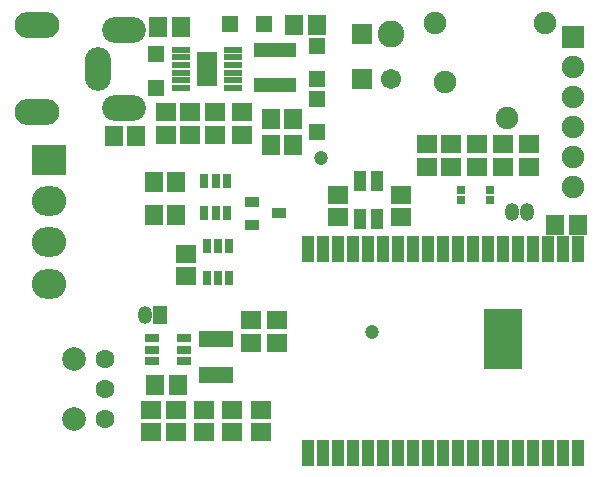
<source format=gbr>
G04 DipTrace 3.3.1.3*
G04 TopMask.gbr*
%MOIN*%
G04 #@! TF.FileFunction,Soldermask,Top*
G04 #@! TF.Part,Single*
%ADD51C,0.08905*%
%ADD88C,0.047402*%
%ADD90R,0.126142X0.204882*%
%ADD92R,0.043465X0.086772*%
%ADD94C,0.078898*%
%ADD96C,0.06315*%
%ADD98R,0.031654X0.051339*%
%ADD100R,0.071024X0.118268*%
%ADD102R,0.06315X0.019843*%
%ADD108R,0.051339X0.031654*%
%ADD112R,0.027717X0.027717*%
%ADD114R,0.04937X0.033622*%
%ADD116R,0.114331X0.053307*%
%ADD118R,0.14189X0.051339*%
%ADD122O,0.047402X0.059213*%
%ADD124R,0.047402X0.059213*%
%ADD130O,0.114331X0.098583*%
%ADD132R,0.114331X0.098583*%
%ADD134C,0.067402*%
%ADD136R,0.067402X0.067402*%
%ADD138R,0.074961X0.074961*%
%ADD140C,0.074961*%
%ADD142O,0.149764X0.086772*%
%ADD144O,0.086772X0.145827*%
%ADD146O,0.145827X0.086772*%
%ADD148R,0.039528X0.071024*%
%ADD152R,0.055276X0.055276*%
%ADD154R,0.059213X0.067087*%
%ADD156R,0.067087X0.059213*%
%FSLAX26Y26*%
G04*
G70*
G90*
G75*
G01*
G04 TopMask*
%LPD*%
D88*
X1463724Y1457008D3*
X1633016Y878268D3*
D156*
X1314118Y917638D3*
Y842835D3*
D154*
X920417Y1894016D3*
X995220D3*
D156*
X1026717Y1610551D3*
Y1535748D3*
D154*
X1373173Y1901890D3*
X1447976D3*
X1369236Y1500315D3*
X1294433D3*
X2243252Y1236535D3*
X2318055D3*
D156*
X2070024Y1429449D3*
Y1504252D3*
X1010969Y1138110D3*
Y1063307D3*
X1164512Y618425D3*
Y543622D3*
X1227504Y917638D3*
Y842835D3*
D154*
X909449Y700988D3*
X984252D3*
D156*
X1262937Y618425D3*
Y543622D3*
X1073961Y618425D3*
Y543622D3*
D154*
X845614Y1531811D3*
X770811D3*
D152*
X912543Y1803465D3*
Y1693228D3*
X1270811Y1905827D3*
X1160575D3*
X1447976Y1831024D3*
Y1720787D3*
Y1543622D3*
Y1653858D3*
D148*
X1593646Y1256220D3*
Y1382205D3*
X1648764Y1256220D3*
Y1382205D3*
D146*
X806244Y1626299D3*
D144*
X719630Y1756220D3*
D146*
X806244Y1886142D3*
D142*
X514906Y1901890D3*
Y1610551D3*
D140*
X2207819Y1909764D3*
X2081835Y1590866D3*
X1877110Y1712913D3*
X1841677Y1909764D3*
D138*
X2302307Y1862520D3*
D140*
Y1762520D3*
Y1662520D3*
Y1562520D3*
Y1462520D3*
Y1362520D3*
D136*
X1597585Y1721969D3*
D134*
X1696005D3*
D132*
X554276Y1453071D3*
D130*
Y1315276D3*
Y1177480D3*
Y1039685D3*
D124*
X925732Y935945D3*
D122*
X875732D3*
X2098764Y1279843D3*
X2148764D3*
D136*
X1597585Y1872362D3*
D51*
X1696005D3*
D118*
X1310181Y1819213D3*
Y1701102D3*
D116*
X1113331Y854646D3*
Y736535D3*
D114*
X1231441Y1311339D3*
Y1236535D3*
X1321992Y1273937D3*
D156*
X980524Y618425D3*
Y543622D3*
X895328D3*
Y618425D3*
X944039Y1610551D3*
Y1535748D3*
X1518843Y1334961D3*
Y1260157D3*
X1727504Y1334961D3*
Y1260157D3*
D154*
X1369236Y1586929D3*
X1294433D3*
D156*
X1197976Y1535748D3*
Y1610551D3*
X1109394Y1535748D3*
Y1610551D3*
D154*
X904669Y1268031D3*
X979472D3*
X904669Y1378268D3*
X979472D3*
D156*
X2156638Y1504252D3*
Y1429449D3*
X1983409D3*
Y1504252D3*
X1814118D3*
Y1429449D3*
X1896795D3*
Y1504252D3*
D112*
X2026717Y1350709D3*
Y1319213D3*
X1928291D3*
Y1350709D3*
D108*
X1006213Y782004D3*
Y819406D3*
Y856807D3*
X899913D3*
Y819406D3*
Y782004D3*
D102*
X995220Y1819213D3*
Y1793622D3*
Y1768031D3*
Y1742441D3*
Y1716850D3*
Y1691260D3*
X1168449D3*
Y1716850D3*
Y1742441D3*
Y1768031D3*
Y1793622D3*
Y1819213D3*
D100*
X1081835Y1755236D3*
D98*
Y1059370D3*
X1119236D3*
X1156638D3*
Y1165669D3*
X1119236D3*
X1081835D3*
D96*
X741283Y586929D3*
Y686929D3*
Y786929D3*
D94*
X638134Y586929D3*
Y786929D3*
D92*
X2318055Y1153858D3*
X2268055Y1154252D3*
X2218055D3*
X2168055D3*
X2118055D3*
X2068055D3*
X2018055D3*
X1968055D3*
X1918055D3*
X1868055D3*
X1818055D3*
X1768055D3*
X1718055D3*
X1668055D3*
X1668436Y476218D3*
X1718436D3*
X1768436D3*
X1818434D3*
X1868436D3*
X1418436D3*
X1468436D3*
X1518436D3*
X1568436D3*
X1618436D3*
X1918094Y476220D3*
X1968094D3*
X2018094D3*
X2068094D3*
X2118094D3*
X2168094D3*
X2218094D3*
X2268094D3*
X2318094D3*
D90*
X2069945Y853858D3*
D92*
X1618395Y1154248D3*
X1568395D3*
X1518395D3*
X1468395D3*
X1418395D3*
D98*
X1148764Y1382205D3*
X1111362D3*
X1073961D3*
Y1275906D3*
X1111362D3*
X1148764D3*
M02*

</source>
